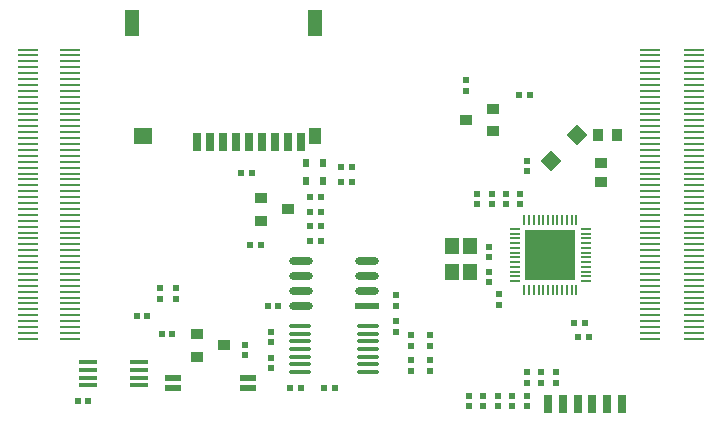
<source format=gtp>
%FSLAX44Y44*%
%MOMM*%
G71*
G01*
G75*
G04 Layer_Color=8421504*
%ADD10R,0.5000X0.6000*%
%ADD11R,1.0668X0.8128*%
%ADD12R,0.6000X0.5000*%
%ADD13R,0.8000X1.6000*%
%ADD14O,2.0320X0.6096*%
%ADD15R,2.0320X0.6096*%
%ADD16O,2.0000X0.3500*%
%ADD17R,1.5000X0.4000*%
G04:AMPARAMS|DCode=18|XSize=0.22mm|YSize=0.8mm|CornerRadius=0mm|HoleSize=0mm|Usage=FLASHONLY|Rotation=90.000|XOffset=0mm|YOffset=0mm|HoleType=Round|Shape=RoundedRectangle|*
%AMROUNDEDRECTD18*
21,1,0.2200,0.8000,0,0,90.0*
21,1,0.2200,0.8000,0,0,90.0*
1,1,0.0000,0.4000,0.1100*
1,1,0.0000,0.4000,-0.1100*
1,1,0.0000,-0.4000,-0.1100*
1,1,0.0000,-0.4000,0.1100*
%
%ADD18ROUNDEDRECTD18*%
G04:AMPARAMS|DCode=19|XSize=0.22mm|YSize=0.8mm|CornerRadius=0mm|HoleSize=0mm|Usage=FLASHONLY|Rotation=0.000|XOffset=0mm|YOffset=0mm|HoleType=Round|Shape=RoundedRectangle|*
%AMROUNDEDRECTD19*
21,1,0.2200,0.8000,0,0,0.0*
21,1,0.2200,0.8000,0,0,0.0*
1,1,0.0000,0.1100,-0.4000*
1,1,0.0000,-0.1100,-0.4000*
1,1,0.0000,-0.1100,0.4000*
1,1,0.0000,0.1100,0.4000*
%
%ADD19ROUNDEDRECTD19*%
%ADD20R,4.3000X4.3000*%
%ADD21R,1.4000X0.6000*%
%ADD22R,1.8000X0.2500*%
%ADD23R,1.2000X2.2000*%
%ADD24R,1.6000X1.4000*%
%ADD25R,1.1000X1.4000*%
%ADD26R,0.7000X1.6000*%
%ADD27R,0.6000X0.7000*%
%ADD28R,1.2000X1.4000*%
%ADD29P,1.8385X4X90.0*%
%ADD30R,0.8890X1.0160*%
%ADD31R,1.0160X0.8890*%
%ADD32C,0.4000*%
%ADD33C,0.2000*%
%ADD34C,0.3000*%
%ADD35C,0.2540*%
%ADD36C,0.1270*%
%ADD37C,0.5000*%
%ADD38C,0.6000*%
%ADD39C,0.5000*%
%ADD40C,0.3000*%
G04:AMPARAMS|DCode=41|XSize=4mm|YSize=4mm|CornerRadius=2mm|HoleSize=0mm|Usage=FLASHONLY|Rotation=0.000|XOffset=0mm|YOffset=0mm|HoleType=Round|Shape=RoundedRectangle|*
%AMROUNDEDRECTD41*
21,1,4.0000,0.0000,0,0,0.0*
21,1,0.0000,4.0000,0,0,0.0*
1,1,4.0000,0.0000,0.0000*
1,1,4.0000,0.0000,0.0000*
1,1,4.0000,0.0000,0.0000*
1,1,4.0000,0.0000,0.0000*
%
%ADD41ROUNDEDRECTD41*%
%ADD42R,1.5240X1.5240*%
%ADD43C,1.5240*%
%ADD44C,0.8000*%
%ADD45R,0.8128X1.0668*%
%ADD46P,1.8385X4X180.0*%
%ADD47R,1.3970X1.3970*%
%ADD48R,2.1000X0.8000*%
%ADD49R,3.0000X2.1000*%
%ADD50R,1.6000X1.2000*%
%ADD51R,1.2000X1.8000*%
%ADD52R,1.0000X1.6000*%
%ADD53R,0.7500X0.2000*%
%ADD54R,0.2000X0.7500*%
%ADD55C,0.8000*%
%ADD56R,0.4064X0.5500*%
%ADD57R,0.3048X0.5500*%
%ADD58R,0.8128X0.8128*%
%ADD59R,1.6000X2.2000*%
G04:AMPARAMS|DCode=60|XSize=2mm|YSize=2mm|CornerRadius=0mm|HoleSize=0mm|Usage=FLASHONLY|Rotation=180.000|XOffset=0mm|YOffset=0mm|HoleType=Round|Shape=RoundedRectangle|*
%AMROUNDEDRECTD60*
21,1,2.0000,2.0000,0,0,180.0*
21,1,2.0000,2.0000,0,0,180.0*
1,1,0.0000,-1.0000,1.0000*
1,1,0.0000,1.0000,1.0000*
1,1,0.0000,1.0000,-1.0000*
1,1,0.0000,-1.0000,-1.0000*
%
%ADD60ROUNDEDRECTD60*%
%ADD61R,0.8128X0.8128*%
%ADD62R,2.4130X2.1844*%
%ADD63R,1.1000X0.3000*%
%ADD64R,2.1500X6.3000*%
%ADD65R,1.2000X2.0000*%
%ADD66R,0.7000X0.6000*%
%ADD67R,0.8000X2.1000*%
%ADD68R,2.1000X3.0000*%
%ADD69R,1.1000X0.5000*%
%ADD70R,0.7600X1.5200*%
%ADD71C,0.1999*%
%ADD72C,0.1250*%
%ADD73C,0.2032*%
%ADD74C,0.1000*%
%ADD75C,0.1200*%
D10*
X-42500Y-27187D02*
D03*
X-33500D02*
D03*
X193500Y-121000D02*
D03*
X184500D02*
D03*
X-21941Y-164000D02*
D03*
X-30941D02*
D03*
X-189500Y-103000D02*
D03*
X-180500D02*
D03*
X-168412Y-118412D02*
D03*
X-159411D02*
D03*
X-78691Y-94390D02*
D03*
X-69690D02*
D03*
X-239500Y-175000D02*
D03*
X-230500D02*
D03*
X-59500Y-164000D02*
D03*
X-50500D02*
D03*
X-84500Y-43000D02*
D03*
X-93500D02*
D03*
X-92000Y18000D02*
D03*
X-101000D02*
D03*
X-33500Y-2000D02*
D03*
X-42500D02*
D03*
X134500Y84000D02*
D03*
X143500D02*
D03*
X-33500Y-14690D02*
D03*
X-42500D02*
D03*
X181000Y-109000D02*
D03*
X190000D02*
D03*
X-33500Y-40000D02*
D03*
X-42500D02*
D03*
X-16323Y10510D02*
D03*
X-7323D02*
D03*
Y23010D02*
D03*
X-16323D02*
D03*
D11*
X-84544Y-3411D02*
D03*
Y-22487D02*
D03*
X-61608Y-12949D02*
D03*
X-138544Y-118412D02*
D03*
Y-137487D02*
D03*
X-115608Y-127949D02*
D03*
X89528Y62949D02*
D03*
X112464Y72487D02*
D03*
Y53411D02*
D03*
D12*
X141000Y28500D02*
D03*
Y19500D02*
D03*
X99000Y500D02*
D03*
Y-8500D02*
D03*
X42730Y-140270D02*
D03*
Y-149270D02*
D03*
X29982Y-116515D02*
D03*
Y-107515D02*
D03*
X-170000Y-88500D02*
D03*
Y-79500D02*
D03*
X141270Y-179500D02*
D03*
Y-170500D02*
D03*
X-76000Y-147500D02*
D03*
Y-138500D02*
D03*
X89000Y87500D02*
D03*
Y96500D02*
D03*
X123000Y-8500D02*
D03*
Y500D02*
D03*
X165270Y-150730D02*
D03*
Y-159730D02*
D03*
X141270Y-150730D02*
D03*
Y-159730D02*
D03*
X-76000Y-116500D02*
D03*
Y-125500D02*
D03*
X92000Y-170500D02*
D03*
Y-179500D02*
D03*
X104000D02*
D03*
Y-170500D02*
D03*
X116000D02*
D03*
Y-179500D02*
D03*
X128000D02*
D03*
Y-170500D02*
D03*
X153000Y-150730D02*
D03*
Y-159730D02*
D03*
X111000Y-8500D02*
D03*
Y500D02*
D03*
X135000Y-8500D02*
D03*
Y500D02*
D03*
X117000Y-93500D02*
D03*
Y-84500D02*
D03*
X109000Y-44500D02*
D03*
Y-53500D02*
D03*
Y-74500D02*
D03*
Y-65500D02*
D03*
X42730Y-128270D02*
D03*
Y-119270D02*
D03*
X58730Y-128270D02*
D03*
Y-119270D02*
D03*
Y-140270D02*
D03*
Y-149270D02*
D03*
X30000Y-85500D02*
D03*
Y-94500D02*
D03*
X-98000Y-136500D02*
D03*
Y-127500D02*
D03*
X-156000Y-79500D02*
D03*
Y-88500D02*
D03*
D13*
X221250Y-178000D02*
D03*
X208750D02*
D03*
X196250D02*
D03*
X183750D02*
D03*
X171250D02*
D03*
X158750D02*
D03*
D14*
X-50080Y-94390D02*
D03*
Y-81691D02*
D03*
Y-68991D02*
D03*
Y-56290D02*
D03*
X5800D02*
D03*
Y-68991D02*
D03*
Y-81691D02*
D03*
D15*
Y-94390D02*
D03*
D16*
X-51319Y-111500D02*
D03*
Y-118000D02*
D03*
Y-124500D02*
D03*
Y-131000D02*
D03*
Y-137500D02*
D03*
Y-144000D02*
D03*
Y-150500D02*
D03*
X6681Y-111500D02*
D03*
Y-118000D02*
D03*
Y-124500D02*
D03*
Y-131000D02*
D03*
Y-137500D02*
D03*
Y-144000D02*
D03*
Y-150500D02*
D03*
D17*
X-187500Y-161750D02*
D03*
Y-155250D02*
D03*
Y-148750D02*
D03*
Y-142250D02*
D03*
X-230500D02*
D03*
Y-148750D02*
D03*
Y-155250D02*
D03*
Y-161750D02*
D03*
D18*
X130678Y-49494D02*
D03*
Y-53494D02*
D03*
Y-57494D02*
D03*
Y-45494D02*
D03*
Y-41494D02*
D03*
Y-37494D02*
D03*
Y-33494D02*
D03*
Y-29494D02*
D03*
Y-61494D02*
D03*
Y-65494D02*
D03*
Y-73494D02*
D03*
Y-69494D02*
D03*
X190678Y-33495D02*
D03*
Y-29495D02*
D03*
Y-37494D02*
D03*
Y-41494D02*
D03*
Y-73494D02*
D03*
Y-69494D02*
D03*
Y-65494D02*
D03*
Y-61494D02*
D03*
Y-57494D02*
D03*
Y-45494D02*
D03*
Y-49495D02*
D03*
Y-53495D02*
D03*
D19*
X162678Y-21494D02*
D03*
X158678D02*
D03*
X154678D02*
D03*
X166678D02*
D03*
X170678D02*
D03*
X174678D02*
D03*
X178678D02*
D03*
X182678D02*
D03*
X150678D02*
D03*
X146678D02*
D03*
X138678D02*
D03*
X142678D02*
D03*
X182678Y-81495D02*
D03*
X178678D02*
D03*
X174678D02*
D03*
X170678D02*
D03*
X166678D02*
D03*
X138678D02*
D03*
X142678D02*
D03*
X146678D02*
D03*
X150678D02*
D03*
X154678D02*
D03*
X158678D02*
D03*
X162678D02*
D03*
D20*
X160678Y-51494D02*
D03*
D21*
X-158500Y-155800D02*
D03*
X-95500D02*
D03*
Y-164200D02*
D03*
X-158500D02*
D03*
D22*
X244700Y2500D02*
D03*
X282700D02*
D03*
Y7500D02*
D03*
X244700D02*
D03*
X282700Y12500D02*
D03*
X244700D02*
D03*
X282700Y17500D02*
D03*
X244700D02*
D03*
X282700Y22500D02*
D03*
X244700D02*
D03*
X282700Y27500D02*
D03*
X244700D02*
D03*
X282700Y32500D02*
D03*
X244700D02*
D03*
X282700Y37500D02*
D03*
X244700D02*
D03*
Y-2500D02*
D03*
X282700D02*
D03*
X244700Y-7500D02*
D03*
X282700D02*
D03*
X244700Y-12500D02*
D03*
X282700D02*
D03*
X244700Y-17500D02*
D03*
X282700D02*
D03*
X244700Y-22500D02*
D03*
X282700D02*
D03*
X244700Y-27500D02*
D03*
X282700D02*
D03*
X244700Y-32500D02*
D03*
X282700D02*
D03*
Y-37500D02*
D03*
X244700D02*
D03*
Y-122500D02*
D03*
X282700D02*
D03*
X244700Y-117500D02*
D03*
X282700D02*
D03*
Y-112500D02*
D03*
X244700D02*
D03*
X282700Y-107500D02*
D03*
X244700D02*
D03*
X282700Y-102500D02*
D03*
X244700D02*
D03*
X282700Y-97500D02*
D03*
X244700D02*
D03*
X282700Y-92500D02*
D03*
X244700D02*
D03*
X282700Y-87500D02*
D03*
X244700D02*
D03*
X282700Y-82500D02*
D03*
X244700D02*
D03*
Y-42500D02*
D03*
X282700D02*
D03*
X244700Y-47500D02*
D03*
X282700D02*
D03*
X244700Y-52500D02*
D03*
X282700D02*
D03*
X244700Y-57500D02*
D03*
X282700D02*
D03*
X244700Y-62500D02*
D03*
X282700D02*
D03*
X244700Y-67500D02*
D03*
X282700D02*
D03*
X244700Y-72500D02*
D03*
X282700D02*
D03*
Y-77500D02*
D03*
X244700D02*
D03*
Y72500D02*
D03*
X282700D02*
D03*
Y77500D02*
D03*
X244700D02*
D03*
X282700Y82500D02*
D03*
X244700D02*
D03*
X282700Y87500D02*
D03*
X244700D02*
D03*
X282700Y92500D02*
D03*
X244700D02*
D03*
X282700Y97500D02*
D03*
X244700D02*
D03*
X282700Y102500D02*
D03*
X244700D02*
D03*
X282700Y107500D02*
D03*
X244700D02*
D03*
Y67500D02*
D03*
X282700D02*
D03*
X244700Y62500D02*
D03*
X282700D02*
D03*
X244700Y57500D02*
D03*
X282700D02*
D03*
X244700Y52500D02*
D03*
X282700D02*
D03*
X244700Y47500D02*
D03*
X282700D02*
D03*
X244700Y42500D02*
D03*
X282700D02*
D03*
X244700Y112500D02*
D03*
X282700D02*
D03*
Y117500D02*
D03*
X244700D02*
D03*
X282700Y122500D02*
D03*
X244700D02*
D03*
X-245700Y2500D02*
D03*
Y7500D02*
D03*
Y12500D02*
D03*
Y17500D02*
D03*
Y22500D02*
D03*
Y27500D02*
D03*
Y32500D02*
D03*
Y37500D02*
D03*
Y-2500D02*
D03*
Y-7500D02*
D03*
Y-12500D02*
D03*
Y-17500D02*
D03*
Y-22500D02*
D03*
Y-27500D02*
D03*
Y-32500D02*
D03*
Y-37500D02*
D03*
Y-122500D02*
D03*
Y-117500D02*
D03*
Y-112500D02*
D03*
Y-107500D02*
D03*
Y-102500D02*
D03*
Y-97500D02*
D03*
Y-92500D02*
D03*
Y-87500D02*
D03*
Y-82500D02*
D03*
Y-42500D02*
D03*
Y-47500D02*
D03*
Y-52500D02*
D03*
Y-57500D02*
D03*
Y-62500D02*
D03*
Y-67500D02*
D03*
Y-72500D02*
D03*
Y-77500D02*
D03*
Y72500D02*
D03*
Y77500D02*
D03*
Y82500D02*
D03*
Y87500D02*
D03*
Y92500D02*
D03*
Y97500D02*
D03*
Y102500D02*
D03*
Y107500D02*
D03*
Y67500D02*
D03*
Y62500D02*
D03*
Y57500D02*
D03*
Y52500D02*
D03*
Y47500D02*
D03*
Y42500D02*
D03*
Y112500D02*
D03*
Y117500D02*
D03*
Y122500D02*
D03*
X-281700D02*
D03*
Y117500D02*
D03*
Y112500D02*
D03*
Y42500D02*
D03*
Y47500D02*
D03*
Y52500D02*
D03*
Y57500D02*
D03*
Y62500D02*
D03*
Y67500D02*
D03*
Y107500D02*
D03*
Y102500D02*
D03*
Y97500D02*
D03*
Y92500D02*
D03*
Y87500D02*
D03*
Y82500D02*
D03*
Y77500D02*
D03*
Y72500D02*
D03*
Y-77500D02*
D03*
Y-72500D02*
D03*
Y-67500D02*
D03*
Y-62500D02*
D03*
Y-57500D02*
D03*
Y-52500D02*
D03*
Y-47500D02*
D03*
Y-42500D02*
D03*
Y-82500D02*
D03*
Y-87500D02*
D03*
Y-92500D02*
D03*
Y-97500D02*
D03*
Y-102500D02*
D03*
Y-107500D02*
D03*
Y-112500D02*
D03*
Y-117500D02*
D03*
Y-122500D02*
D03*
Y-37500D02*
D03*
Y-32500D02*
D03*
Y-27500D02*
D03*
Y-22500D02*
D03*
Y-17500D02*
D03*
Y-12500D02*
D03*
Y-7500D02*
D03*
Y-2500D02*
D03*
Y37500D02*
D03*
Y32500D02*
D03*
Y27500D02*
D03*
Y22500D02*
D03*
Y17500D02*
D03*
Y12500D02*
D03*
Y7500D02*
D03*
Y2500D02*
D03*
D23*
X-193626Y145198D02*
D03*
X-38539Y145201D02*
D03*
D24*
X-184616Y49201D02*
D03*
D25*
X-38596Y49111D02*
D03*
D26*
X-138659Y44118D02*
D03*
X-127606D02*
D03*
X-116646D02*
D03*
X-105630D02*
D03*
X-94590D02*
D03*
X-83623D02*
D03*
X-72656D02*
D03*
X-61606D02*
D03*
X-50653D02*
D03*
D27*
X-46100Y26000D02*
D03*
X-31900D02*
D03*
Y11000D02*
D03*
X-46100D02*
D03*
D28*
X92500Y-44000D02*
D03*
Y-66000D02*
D03*
X77500D02*
D03*
Y-44000D02*
D03*
D29*
X183000Y50000D02*
D03*
X161000Y28000D02*
D03*
D30*
X217001Y50000D02*
D03*
X200999D02*
D03*
D31*
X203810Y26271D02*
D03*
Y10269D02*
D03*
M02*

</source>
